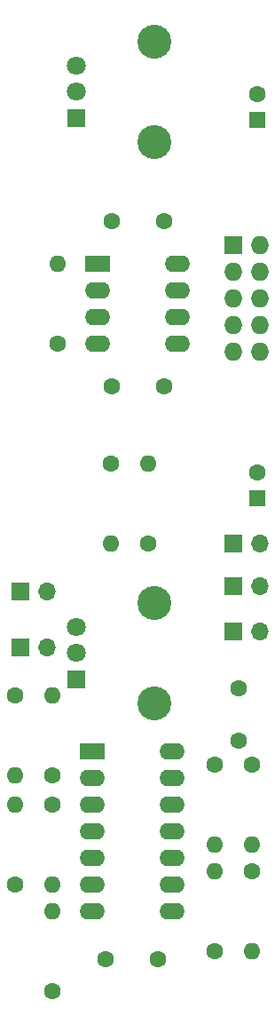
<source format=gbr>
%TF.GenerationSoftware,KiCad,Pcbnew,(5.1.9)-1*%
%TF.CreationDate,2021-06-01T20:47:54+01:00*%
%TF.ProjectId,KosmicSuperspreader,4b6f736d-6963-4537-9570-657273707265,rev?*%
%TF.SameCoordinates,Original*%
%TF.FileFunction,Soldermask,Top*%
%TF.FilePolarity,Negative*%
%FSLAX46Y46*%
G04 Gerber Fmt 4.6, Leading zero omitted, Abs format (unit mm)*
G04 Created by KiCad (PCBNEW (5.1.9)-1) date 2021-06-01 20:47:54*
%MOMM*%
%LPD*%
G01*
G04 APERTURE LIST*
%ADD10O,2.400000X1.600000*%
%ADD11R,2.400000X1.600000*%
%ADD12C,3.240000*%
%ADD13C,1.800000*%
%ADD14R,1.800000X1.800000*%
%ADD15O,1.600000X1.600000*%
%ADD16C,1.600000*%
%ADD17R,1.727200X1.727200*%
%ADD18O,1.727200X1.727200*%
%ADD19O,1.700000X1.700000*%
%ADD20R,1.700000X1.700000*%
%ADD21R,1.600000X1.600000*%
G04 APERTURE END LIST*
D10*
%TO.C,U2*%
X157734000Y-135382000D03*
X150114000Y-150622000D03*
X157734000Y-137922000D03*
X150114000Y-148082000D03*
X157734000Y-140462000D03*
X150114000Y-145542000D03*
X157734000Y-143002000D03*
X150114000Y-143002000D03*
X157734000Y-145542000D03*
X150114000Y-140462000D03*
X157734000Y-148082000D03*
X150114000Y-137922000D03*
X157734000Y-150622000D03*
D11*
X150114000Y-135382000D03*
%TD*%
D10*
%TO.C,U1*%
X158242000Y-88900000D03*
X150622000Y-96520000D03*
X158242000Y-91440000D03*
X150622000Y-93980000D03*
X158242000Y-93980000D03*
X150622000Y-91440000D03*
X158242000Y-96520000D03*
D11*
X150622000Y-88900000D03*
%TD*%
D12*
%TO.C,RV2*%
X156083000Y-77291000D03*
X156083000Y-67691000D03*
D13*
X148583000Y-69991000D03*
X148583000Y-72491000D03*
D14*
X148583000Y-74991000D03*
%TD*%
D12*
%TO.C,RV1*%
X156090000Y-130810000D03*
X156090000Y-121210000D03*
D13*
X148590000Y-123510000D03*
X148590000Y-126010000D03*
D14*
X148590000Y-128510000D03*
%TD*%
D15*
%TO.C,R12*%
X161798000Y-146812000D03*
D16*
X161798000Y-154432000D03*
%TD*%
D15*
%TO.C,R11*%
X165354000Y-154432000D03*
D16*
X165354000Y-146812000D03*
%TD*%
D15*
%TO.C,R10*%
X146304000Y-150622000D03*
D16*
X146304000Y-158242000D03*
%TD*%
D15*
%TO.C,R9*%
X151892000Y-115570000D03*
D16*
X151892000Y-107950000D03*
%TD*%
D15*
%TO.C,R8*%
X155448000Y-107950000D03*
D16*
X155448000Y-115570000D03*
%TD*%
D15*
%TO.C,R7*%
X146304000Y-148082000D03*
D16*
X146304000Y-140462000D03*
%TD*%
D15*
%TO.C,R6*%
X161798000Y-144272000D03*
D16*
X161798000Y-136652000D03*
%TD*%
D15*
%TO.C,R5*%
X165354000Y-144272000D03*
D16*
X165354000Y-136652000D03*
%TD*%
D15*
%TO.C,R4*%
X142748000Y-140462000D03*
D16*
X142748000Y-148082000D03*
%TD*%
D15*
%TO.C,R3*%
X142748000Y-137668000D03*
D16*
X142748000Y-130048000D03*
%TD*%
D15*
%TO.C,R2*%
X146812000Y-88900000D03*
D16*
X146812000Y-96520000D03*
%TD*%
D15*
%TO.C,R1*%
X146304000Y-130048000D03*
D16*
X146304000Y-137668000D03*
%TD*%
D17*
%TO.C,J6*%
X163576000Y-87122000D03*
D18*
X166116000Y-87122000D03*
X163576000Y-89662000D03*
X166116000Y-89662000D03*
X163576000Y-92202000D03*
X166116000Y-92202000D03*
X163576000Y-94742000D03*
X166116000Y-94742000D03*
X163576000Y-97282000D03*
X166116000Y-97282000D03*
%TD*%
D19*
%TO.C,J5*%
X145796000Y-120142000D03*
D20*
X143256000Y-120142000D03*
%TD*%
D19*
%TO.C,J4*%
X166116000Y-119634000D03*
D20*
X163576000Y-119634000D03*
%TD*%
D19*
%TO.C,J3*%
X166116000Y-115570000D03*
D20*
X163576000Y-115570000D03*
%TD*%
D19*
%TO.C,J2*%
X145796000Y-125476000D03*
D20*
X143256000Y-125476000D03*
%TD*%
D19*
%TO.C,J1*%
X166116000Y-123952000D03*
D20*
X163576000Y-123952000D03*
%TD*%
D16*
%TO.C,C6*%
X156384000Y-155194000D03*
X151384000Y-155194000D03*
%TD*%
%TO.C,C5*%
X164084000Y-134366000D03*
X164084000Y-129366000D03*
%TD*%
%TO.C,C4*%
X156972000Y-100584000D03*
X151972000Y-100584000D03*
%TD*%
%TO.C,C3*%
X156972000Y-84836000D03*
X151972000Y-84836000D03*
%TD*%
%TO.C,C2*%
X165862000Y-72684000D03*
D21*
X165862000Y-75184000D03*
%TD*%
D16*
%TO.C,C1*%
X165862000Y-108752000D03*
D21*
X165862000Y-111252000D03*
%TD*%
M02*

</source>
